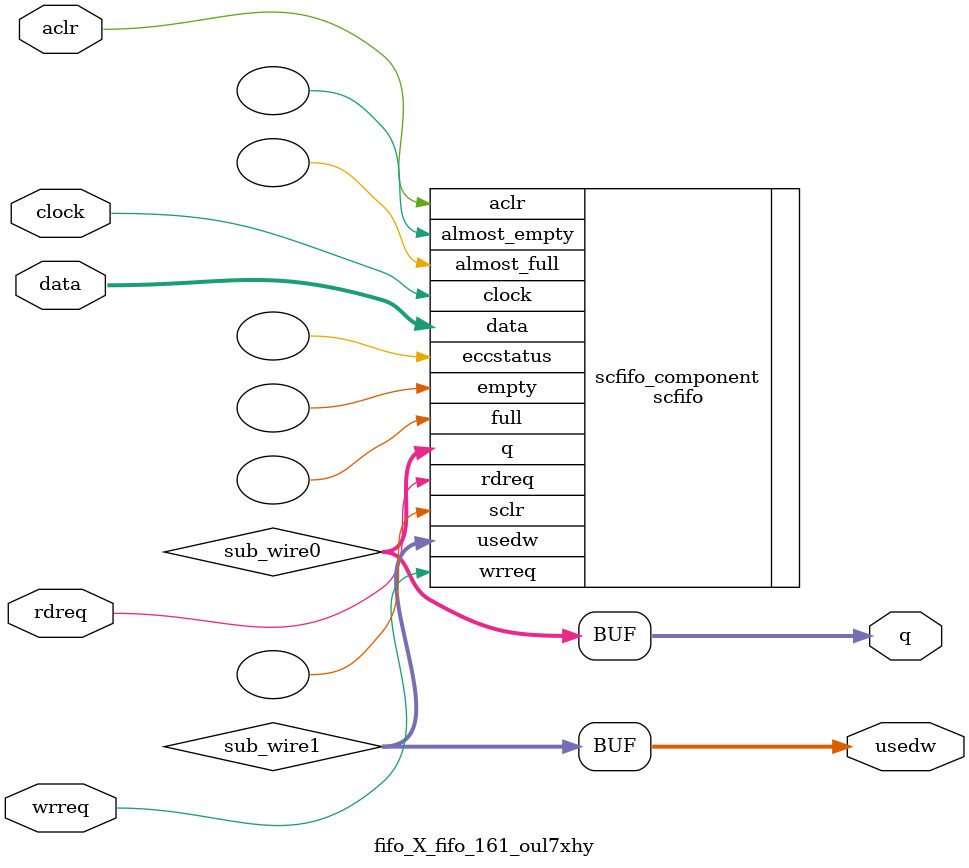
<source format=v>



`timescale 1 ps / 1 ps
// synopsys translate_on
module  fifo_X_fifo_161_oul7xhy  (
    aclr,
    clock,
    data,
    rdreq,
    wrreq,
    q,
    usedw);

    input    aclr;
    input    clock;
    input  [31:0]  data;
    input    rdreq;
    input    wrreq;
    output [31:0]  q;
    output [8:0]  usedw;

    wire [31:0] sub_wire0;
    wire [8:0] sub_wire1;
    wire [31:0] q = sub_wire0[31:0];
    wire [8:0] usedw = sub_wire1[8:0];

    scfifo  scfifo_component (
                .aclr (aclr),
                .clock (clock),
                .data (data),
                .rdreq (rdreq),
                .wrreq (wrreq),
                .q (sub_wire0),
                .usedw (sub_wire1),
                .almost_empty (),
                .almost_full (),
                .eccstatus (),
                .empty (),
                .full (),
                .sclr ());
    defparam
        scfifo_component.add_ram_output_register  = "OFF",
        scfifo_component.enable_ecc  = "FALSE",
        scfifo_component.intended_device_family  = "Arria 10",
        scfifo_component.lpm_numwords  = 512,
        scfifo_component.lpm_showahead  = "OFF",
        scfifo_component.lpm_type  = "scfifo",
        scfifo_component.lpm_width  = 32,
        scfifo_component.lpm_widthu  = 9,
        scfifo_component.overflow_checking  = "ON",
        scfifo_component.underflow_checking  = "ON",
        scfifo_component.use_eab  = "ON";


endmodule



</source>
